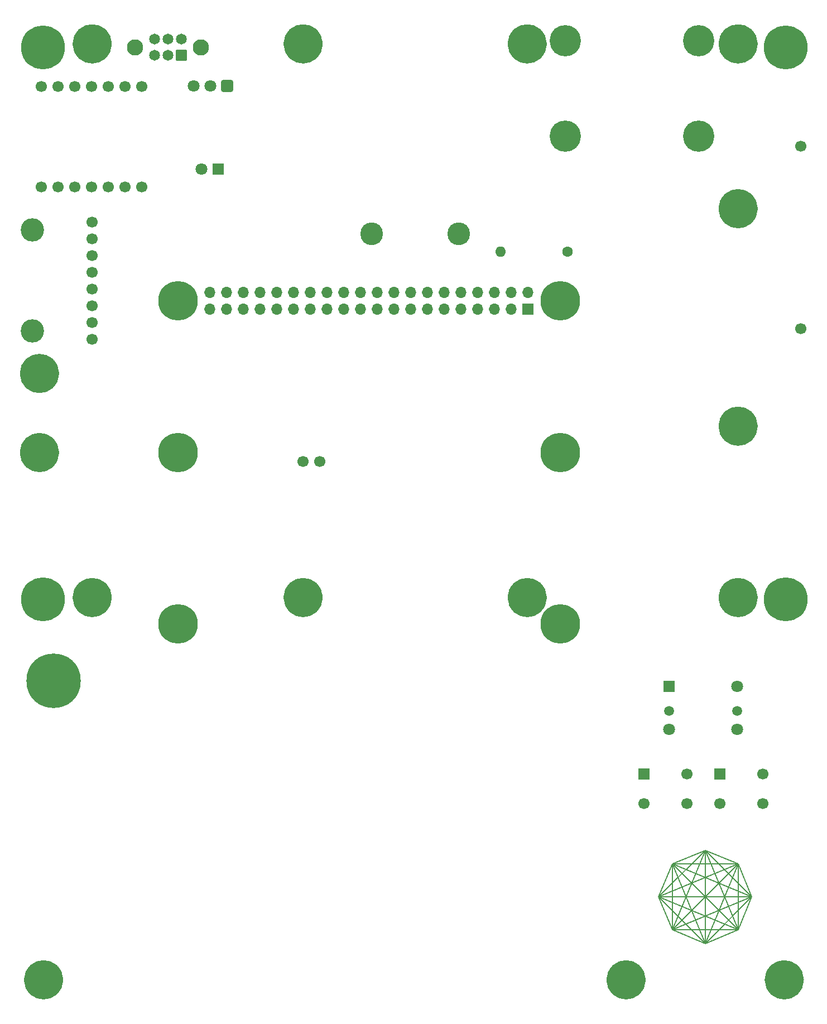
<source format=gbr>
%TF.GenerationSoftware,KiCad,Pcbnew,8.0.7-8.0.7-0~ubuntu22.04.1*%
%TF.CreationDate,2026-01-24T15:26:46-05:00*%
%TF.ProjectId,whackberry_mobo,77686163-6b62-4657-9272-795f6d6f626f,rev?*%
%TF.SameCoordinates,Original*%
%TF.FileFunction,Soldermask,Top*%
%TF.FilePolarity,Negative*%
%FSLAX46Y46*%
G04 Gerber Fmt 4.6, Leading zero omitted, Abs format (unit mm)*
G04 Created by KiCad (PCBNEW 8.0.7-8.0.7-0~ubuntu22.04.1) date 2026-01-24 15:26:46*
%MOMM*%
%LPD*%
G01*
G04 APERTURE LIST*
G04 Aperture macros list*
%AMRoundRect*
0 Rectangle with rounded corners*
0 $1 Rounding radius*
0 $2 $3 $4 $5 $6 $7 $8 $9 X,Y pos of 4 corners*
0 Add a 4 corners polygon primitive as box body*
4,1,4,$2,$3,$4,$5,$6,$7,$8,$9,$2,$3,0*
0 Add four circle primitives for the rounded corners*
1,1,$1+$1,$2,$3*
1,1,$1+$1,$4,$5*
1,1,$1+$1,$6,$7*
1,1,$1+$1,$8,$9*
0 Add four rect primitives between the rounded corners*
20,1,$1+$1,$2,$3,$4,$5,0*
20,1,$1+$1,$4,$5,$6,$7,0*
20,1,$1+$1,$6,$7,$8,$9,0*
20,1,$1+$1,$8,$9,$2,$3,0*%
G04 Aperture macros list end*
%ADD10C,0.200000*%
%ADD11C,3.000000*%
%ADD12C,8.250000*%
%ADD13R,1.700000X1.700000*%
%ADD14C,1.700000*%
%ADD15C,6.655600*%
%ADD16R,1.800000X1.800000*%
%ADD17C,1.500000*%
%ADD18C,1.800000*%
%ADD19RoundRect,0.102000X0.719000X0.719000X-0.719000X0.719000X-0.719000X-0.719000X0.719000X-0.719000X0*%
%ADD20C,1.642000*%
%ADD21C,2.469000*%
%ADD22C,1.600000*%
%ADD23O,1.600000X1.600000*%
%ADD24C,6.000000*%
%ADD25O,1.700000X1.700000*%
%ADD26C,3.450000*%
%ADD27RoundRect,0.248400X0.651600X0.651600X-0.651600X0.651600X-0.651600X-0.651600X0.651600X-0.651600X0*%
%ADD28C,4.750000*%
%ADD29C,3.540000*%
G04 APERTURE END LIST*
D10*
X135929000Y-152400000D02*
X138000000Y-157400000D01*
X135929000Y-152400000D02*
X150071000Y-152400000D01*
D11*
X132500000Y-165000000D02*
G75*
G02*
X129500000Y-165000000I-1500000J0D01*
G01*
X129500000Y-165000000D02*
G75*
G02*
X132500000Y-165000000I1500000J0D01*
G01*
X44125000Y-165000000D02*
G75*
G02*
X41125000Y-165000000I-1500000J0D01*
G01*
X41125000Y-165000000D02*
G75*
G02*
X44125000Y-165000000I1500000J0D01*
G01*
D10*
X148000000Y-147400000D02*
X135929000Y-152400000D01*
X143000000Y-159471000D02*
X150071000Y-152400000D01*
D11*
X117500000Y-107000000D02*
G75*
G02*
X114500000Y-107000000I-1500000J0D01*
G01*
X114500000Y-107000000D02*
G75*
G02*
X117500000Y-107000000I1500000J0D01*
G01*
D10*
X135929000Y-152400000D02*
X143000000Y-159471000D01*
D11*
X83500000Y-23000000D02*
G75*
G02*
X80500000Y-23000000I-1500000J0D01*
G01*
X80500000Y-23000000D02*
G75*
G02*
X83500000Y-23000000I1500000J0D01*
G01*
X51500000Y-23000000D02*
G75*
G02*
X48500000Y-23000000I-1500000J0D01*
G01*
X48500000Y-23000000D02*
G75*
G02*
X51500000Y-23000000I1500000J0D01*
G01*
D10*
X150071000Y-152400000D02*
X148000000Y-147400000D01*
X138000000Y-147400000D02*
X143000000Y-159471000D01*
X143000000Y-145329000D02*
X143000000Y-159471000D01*
X143000000Y-145329000D02*
X138000000Y-147400000D01*
X138000000Y-147400000D02*
X148000000Y-157400000D01*
X148000000Y-157400000D02*
X135929000Y-152400000D01*
X148000000Y-157400000D02*
X150071000Y-152400000D01*
X143000000Y-145329000D02*
X135929000Y-152400000D01*
X138000000Y-147400000D02*
X150071000Y-152400000D01*
D11*
X83500000Y-107000000D02*
G75*
G02*
X80500000Y-107000000I-1500000J0D01*
G01*
X80500000Y-107000000D02*
G75*
G02*
X83500000Y-107000000I1500000J0D01*
G01*
D10*
X138000000Y-147400000D02*
X135929000Y-152400000D01*
X143000000Y-159471000D02*
X148000000Y-157400000D01*
X148000000Y-147400000D02*
X143000000Y-159471000D01*
D11*
X51500000Y-107000000D02*
G75*
G02*
X48500000Y-107000000I-1500000J0D01*
G01*
X48500000Y-107000000D02*
G75*
G02*
X51500000Y-107000000I1500000J0D01*
G01*
X43500000Y-73000000D02*
G75*
G02*
X40500000Y-73000000I-1500000J0D01*
G01*
X40500000Y-73000000D02*
G75*
G02*
X43500000Y-73000000I1500000J0D01*
G01*
D10*
X150071000Y-152400000D02*
X143000000Y-145329000D01*
X143000000Y-145329000D02*
X148000000Y-157400000D01*
D11*
X149500000Y-48000000D02*
G75*
G02*
X146500000Y-48000000I-1500000J0D01*
G01*
X146500000Y-48000000D02*
G75*
G02*
X149500000Y-48000000I1500000J0D01*
G01*
D10*
X138000000Y-147400000D02*
X148000000Y-147400000D01*
X148000000Y-157400000D01*
X138000000Y-157400000D01*
X138000000Y-147400000D01*
X148000000Y-147400000D02*
X143000000Y-145329000D01*
D11*
X156500000Y-165000000D02*
G75*
G02*
X153500000Y-165000000I-1500000J0D01*
G01*
X153500000Y-165000000D02*
G75*
G02*
X156500000Y-165000000I1500000J0D01*
G01*
D10*
X150071000Y-152400000D02*
X138000000Y-157400000D01*
D11*
X149500000Y-81000000D02*
G75*
G02*
X146500000Y-81000000I-1500000J0D01*
G01*
X146500000Y-81000000D02*
G75*
G02*
X149500000Y-81000000I1500000J0D01*
G01*
D10*
X148000000Y-147400000D02*
X138000000Y-157400000D01*
D11*
X117500000Y-23000000D02*
G75*
G02*
X114500000Y-23000000I-1500000J0D01*
G01*
X114500000Y-23000000D02*
G75*
G02*
X117500000Y-23000000I1500000J0D01*
G01*
X149500000Y-23000000D02*
G75*
G02*
X146500000Y-23000000I-1500000J0D01*
G01*
X146500000Y-23000000D02*
G75*
G02*
X149500000Y-23000000I1500000J0D01*
G01*
D10*
X143000000Y-145329000D02*
X138000000Y-157400000D01*
D11*
X43500000Y-85000000D02*
G75*
G02*
X40500000Y-85000000I-1500000J0D01*
G01*
X40500000Y-85000000D02*
G75*
G02*
X43500000Y-85000000I1500000J0D01*
G01*
D10*
X138000000Y-157400000D02*
X143000000Y-159471000D01*
D11*
X149500000Y-107000000D02*
G75*
G02*
X146500000Y-107000000I-1500000J0D01*
G01*
X146500000Y-107000000D02*
G75*
G02*
X149500000Y-107000000I1500000J0D01*
G01*
D12*
%TO.C,CardKB-1*%
X44100000Y-119600000D03*
%TD*%
D13*
%TO.C,SW2*%
X145250000Y-133750000D03*
D14*
X151750000Y-133750000D03*
X145250000Y-138250000D03*
X151750000Y-138250000D03*
%TD*%
D13*
%TO.C,SW1*%
X133750000Y-133750000D03*
D14*
X140250000Y-133750000D03*
X133750000Y-138250000D03*
X140250000Y-138250000D03*
%TD*%
%TO.C,LCD-1*%
X157524000Y-66187400D03*
X157524000Y-38501400D03*
D15*
X42500000Y-107300000D03*
X155200000Y-107300000D03*
X155200000Y-23500000D03*
X42500000Y-23500000D03*
%TD*%
D16*
%TO.C,5WayNav-1*%
X137550000Y-120500000D03*
D17*
X137550000Y-124200000D03*
D18*
X137550000Y-127000000D03*
X147850000Y-127000000D03*
D17*
X147850000Y-124200000D03*
D18*
X147850000Y-120500000D03*
%TD*%
D19*
%TO.C,S1*%
X63500000Y-24750000D03*
D20*
X61500000Y-24750000D03*
X59500000Y-24750000D03*
X63500000Y-22250000D03*
X61500000Y-22250000D03*
X59500000Y-22250000D03*
D21*
X66500000Y-23500000D03*
X56500000Y-23500000D03*
%TD*%
D22*
%TO.C,R1*%
X122080000Y-54500000D03*
D23*
X111920000Y-54500000D03*
%TD*%
D16*
%TO.C,IR-LED-1*%
X69100000Y-42000000D03*
D18*
X66560000Y-42000000D03*
%TD*%
D24*
%TO.C,RPi-Zero-1*%
X121000000Y-62000000D03*
X63000000Y-62000000D03*
X121000000Y-85000000D03*
X63000000Y-85000000D03*
X121000000Y-111000000D03*
X63000000Y-111000000D03*
D13*
X116130000Y-63270000D03*
D25*
X116130000Y-60730000D03*
X113590000Y-63270000D03*
X113590000Y-60730000D03*
X111050000Y-63270000D03*
X111050000Y-60730000D03*
X108510000Y-63270000D03*
X108510000Y-60730000D03*
X105970000Y-63270000D03*
X105970000Y-60730000D03*
X103430000Y-63270000D03*
X103430000Y-60730000D03*
X100890000Y-63270000D03*
X100890000Y-60730000D03*
X98350000Y-63270000D03*
X98350000Y-60730000D03*
X95810000Y-63270000D03*
X95810000Y-60730000D03*
X93270000Y-63270000D03*
X93270000Y-60730000D03*
X90730000Y-63270000D03*
X90730000Y-60730000D03*
X88190000Y-63270000D03*
X88190000Y-60730000D03*
X85650000Y-63270000D03*
X85650000Y-60730000D03*
X83110000Y-63270000D03*
X83110000Y-60730000D03*
X80570000Y-63270000D03*
X80570000Y-60730000D03*
X78030000Y-63270000D03*
X78030000Y-60730000D03*
X75490000Y-63270000D03*
X75490000Y-60730000D03*
X72950000Y-63270000D03*
X72950000Y-60730000D03*
X70410000Y-63270000D03*
X70410000Y-60730000D03*
X67870000Y-63270000D03*
X67870000Y-60730000D03*
D14*
X81975000Y-86350000D03*
X84515000Y-86350000D03*
%TD*%
%TO.C,QTpy-1*%
X47340000Y-44740000D03*
X42260000Y-44740000D03*
X42260000Y-29500000D03*
X44800000Y-29500000D03*
X47340000Y-29500000D03*
X49880000Y-29500000D03*
X44800000Y-44740000D03*
X52420000Y-44740000D03*
X49880000Y-44740000D03*
X57500000Y-44740000D03*
X54960000Y-44740000D03*
X54960000Y-29500000D03*
X52420000Y-29500000D03*
X57500000Y-29500000D03*
%TD*%
D26*
%TO.C,USB-A-1*%
X92430000Y-51780000D03*
X105570000Y-51780000D03*
%TD*%
D27*
%TO.C,IR-Re-1*%
X70500000Y-29400000D03*
D18*
X67960000Y-29400000D03*
X65420000Y-29400000D03*
%TD*%
D28*
%TO.C,U4*%
X121800000Y-22500000D03*
X121800000Y-37000000D03*
X142000000Y-22500000D03*
X142000000Y-37000000D03*
%TD*%
D29*
%TO.C,USB-C-1*%
X40910000Y-51210000D03*
X40910000Y-66570000D03*
D14*
X50000000Y-60160000D03*
X50000000Y-50000000D03*
X50000000Y-55080000D03*
X50000000Y-57620000D03*
X50000000Y-67780000D03*
X50000000Y-52540000D03*
X50000000Y-62700000D03*
X50000000Y-65240000D03*
%TD*%
M02*

</source>
